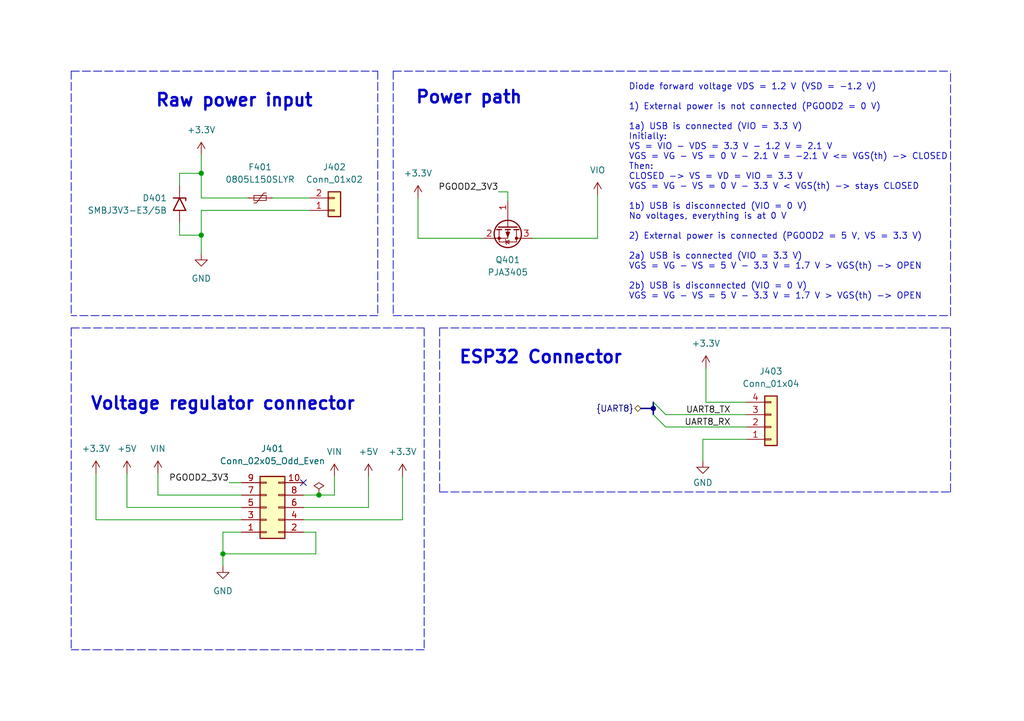
<source format=kicad_sch>
(kicad_sch (version 20211123) (generator eeschema)
  (paper "A5")
  (title_block (title "External Connectors and Power Path") (company "EPFL Xplore") (comment 2 "Author: Vincent Nguyen"))
  (lib_symbols
    (symbol "0_power_protection:SMBJ3V3-E3-5B" (pin_numbers hide) (pin_names hide)
      (property "Reference" "D" (at 0 0 0))
      (property "Value" "SMBJ3V3-E3-5B" (at 0 0 0))
      (symbol "SMBJ3V3-E3-5B_0_1"
        (polyline (pts (xy -0.762 1.27) (xy -1.27 1.27) (xy -1.27 -1.27)) (stroke (width 0.254)))
        (polyline (pts (xy 1.27 1.27) (xy 1.27 -1.27) (xy -1.27 0) (xy 1.27 1.27)) (stroke (width 0.254)))
      )
      (symbol "SMBJ3V3-E3-5B_1_1"
        (pin passive line (at -3.81 0 0) (length 2.54) (name "A1") (number "1"))
        (pin passive line (at 3.81 0 180) (length 2.54) (name "A2") (number "2"))
      )
    )
    (symbol "0_power_symbols:VIN" (power) (in_bom no) (on_board no)
      (property "Value" "VIN" (at 0 3.81 0))
      (symbol "VIN_0_1"
        (polyline (pts (xy 0 0) (xy 0 2.54)))
        (polyline (pts (xy 0 2.54) (xy -0.762 1.27)))
        (polyline (pts (xy 0 2.54) (xy 0.762 1.27)))
      )
      (symbol "VIN_1_1"
        (pin power_in line (at 0 0 90) (length 0) hide (name "VIN") (number "1"))
      )
    )
    (symbol "0_power_symbols:VIO" (power) (pin_numbers hide) (in_bom no) (on_board no)
      (property "Value" "VIO" (at 0 3.81 0))
      (symbol "VIO_0_1"
        (polyline (pts (xy 0 0) (xy 0 2.54)))
        (polyline (pts (xy 0 2.54) (xy -0.762 1.27)))
        (polyline (pts (xy 0 2.54) (xy 0.762 1.27)))
      )
      (symbol "VIO_1_1"
        (pin power_in line (at 0 0 90) (length 0) hide (name "VIO") (number "1"))
      )
    )
    (symbol "0_transistor:PJA3405" (pin_names hide)
      (property "Reference" "Q" (at 4.445 1.27 0))
      (property "Value" "PJA3405" (at 4.445 -1.27 0))
      (symbol "PJA3405_0_1"
        (polyline (pts (xy -0.381 0) (xy -3.175 0)))
        (polyline (pts (xy -0.381 1.905) (xy -0.381 -1.905)) (stroke (width 0.254)))
        (polyline (pts (xy 0.127 -1.27) (xy 0.127 -2.286)) (stroke (width 0.254)))
        (polyline (pts (xy 0.127 0.508) (xy 0.127 -0.508)) (stroke (width 0.254)))
        (polyline (pts (xy 0.127 2.286) (xy 0.127 1.27)) (stroke (width 0.254)))
        (polyline (pts (xy 1.905 2.54) (xy 1.905 1.778)))
        (polyline (pts (xy 1.905 -2.54) (xy 1.905 0) (xy 0.127 0)))
        (polyline (pts (xy 0.127 1.778) (xy 2.667 1.778) (xy 2.667 -1.778) (xy 0.127 -1.778)))
        (polyline (pts (xy 1.651 0) (xy 0.635 0.381) (xy 0.635 -0.381) (xy 1.651 0)) (fill (type outline)))
        (polyline (pts (xy 2.159 -0.508) (xy 2.286 -0.381) (xy 3.048 -0.381) (xy 3.175 -0.254)))
        (polyline (pts (xy 2.667 -0.381) (xy 2.286 0.254) (xy 3.048 0.254) (xy 2.667 -0.381)))
        (circle (center 1.016 0) (radius 2.794) (stroke (width 0.254)))
        (circle (center 1.905 -1.778) (radius 0.254) (fill (type outline)))
        (circle (center 1.905 1.778) (radius 0.254) (fill (type outline)))
      )
      (symbol "PJA3405_1_1"
        (pin input line (at -5.715 0 0) (length 2.54) (name "G") (number "1"))
        (pin passive line (at 1.905 -5.08 90) (length 2.54) (name "S") (number "2"))
        (pin passive line (at 1.905 5.08 270) (length 2.54) (name "D") (number "3"))
      )
    )
    (symbol "Connector_Generic:Conn_01x02" (pin_names (offset 1.016) hide)
      (property "Reference" "J" (at 0 2.54 0))
      (property "Value" "Conn_01x02" (at 0 -5.08 0))
      (symbol "Conn_01x02_1_1"
        (rectangle (start -1.27 -2.413) (end 0 -2.667) (stroke (width 0.1524)))
        (rectangle (start -1.27 0.127) (end 0 -0.127) (stroke (width 0.1524)))
        (rectangle (start -1.27 1.27) (end 1.27 -3.81) (stroke (width 0.254)) (fill (type background)))
        (pin passive line (at -5.08 0 0) (length 3.81) (name "Pin_1") (number "1"))
        (pin passive line (at -5.08 -2.54 0) (length 3.81) (name "Pin_2") (number "2"))
      )
    )
    (symbol "Connector_Generic:Conn_01x04" (pin_names (offset 1.016) hide)
      (property "Reference" "J" (at 0 5.08 0))
      (property "Value" "Conn_01x04" (at 0 -7.62 0))
      (symbol "Conn_01x04_1_1"
        (rectangle (start -1.27 -4.953) (end 0 -5.207) (stroke (width 0.1524)))
        (rectangle (start -1.27 -2.413) (end 0 -2.667) (stroke (width 0.1524)))
        (rectangle (start -1.27 0.127) (end 0 -0.127) (stroke (width 0.1524)))
        (rectangle (start -1.27 2.667) (end 0 2.413) (stroke (width 0.1524)))
        (rectangle (start -1.27 3.81) (end 1.27 -6.35) (stroke (width 0.254)) (fill (type background)))
        (pin passive line (at -5.08 2.54 0) (length 3.81) (name "Pin_1") (number "1"))
        (pin passive line (at -5.08 0 0) (length 3.81) (name "Pin_2") (number "2"))
        (pin passive line (at -5.08 -2.54 0) (length 3.81) (name "Pin_3") (number "3"))
        (pin passive line (at -5.08 -5.08 0) (length 3.81) (name "Pin_4") (number "4"))
      )
    )
    (symbol "Connector_Generic:Conn_02x05_Odd_Even" (pin_names (offset 1.016) hide)
      (property "Reference" "J" (at 1.27 7.62 0))
      (property "Value" "Conn_02x05_Odd_Even" (at 1.27 -7.62 0))
      (symbol "Conn_02x05_Odd_Even_1_1"
        (rectangle (start -1.27 -4.953) (end 0 -5.207) (stroke (width 0.1524)))
        (rectangle (start -1.27 -2.413) (end 0 -2.667) (stroke (width 0.1524)))
        (rectangle (start -1.27 0.127) (end 0 -0.127) (stroke (width 0.1524)))
        (rectangle (start -1.27 2.667) (end 0 2.413) (stroke (width 0.1524)))
        (rectangle (start -1.27 5.207) (end 0 4.953) (stroke (width 0.1524)))
        (rectangle (start -1.27 6.35) (end 3.81 -6.35) (stroke (width 0.254)) (fill (type background)))
        (rectangle (start 3.81 -4.953) (end 2.54 -5.207) (stroke (width 0.1524)))
        (rectangle (start 3.81 -2.413) (end 2.54 -2.667) (stroke (width 0.1524)))
        (rectangle (start 3.81 0.127) (end 2.54 -0.127) (stroke (width 0.1524)))
        (rectangle (start 3.81 2.667) (end 2.54 2.413) (stroke (width 0.1524)))
        (rectangle (start 3.81 5.207) (end 2.54 4.953) (stroke (width 0.1524)))
        (pin passive line (at -5.08 5.08 0) (length 3.81) (name "Pin_1") (number "1"))
        (pin passive line (at 7.62 -5.08 180) (length 3.81) (name "Pin_10") (number "10"))
        (pin passive line (at 7.62 5.08 180) (length 3.81) (name "Pin_2") (number "2"))
        (pin passive line (at -5.08 2.54 0) (length 3.81) (name "Pin_3") (number "3"))
        (pin passive line (at 7.62 2.54 180) (length 3.81) (name "Pin_4") (number "4"))
        (pin passive line (at -5.08 0 0) (length 3.81) (name "Pin_5") (number "5"))
        (pin passive line (at 7.62 0 180) (length 3.81) (name "Pin_6") (number "6"))
        (pin passive line (at -5.08 -2.54 0) (length 3.81) (name "Pin_7") (number "7"))
        (pin passive line (at 7.62 -2.54 180) (length 3.81) (name "Pin_8") (number "8"))
        (pin passive line (at -5.08 -5.08 0) (length 3.81) (name "Pin_9") (number "9"))
      )
    )
    (symbol "Device:Polyfuse_Small" (pin_numbers hide) (pin_names (offset 0))
      (property "Reference" "F" (at -1.905 0 90))
      (property "Value" "Polyfuse_Small" (at 1.905 0 90))
      (symbol "Polyfuse_Small_0_1"
        (rectangle (start -0.508 1.27) (end 0.508 -1.27))
        (polyline (pts (xy 0 2.54) (xy 0 -2.54)))
        (polyline (pts (xy -1.016 1.27) (xy -1.016 0.762) (xy 1.016 -0.762) (xy 1.016 -1.27)))
      )
      (symbol "Polyfuse_Small_1_1"
        (pin passive line (at 0 2.54 270) (length 0.635) (name "~") (number "1"))
        (pin passive line (at 0 -2.54 90) (length 0.635) (name "~") (number "2"))
      )
    )
    (symbol "power:+3.3V" (power) (pin_names (offset 0))
      (property "Value" "+3.3V" (at 0 3.556 0))
      (symbol "+3.3V_0_1"
        (polyline (pts (xy -0.762 1.27) (xy 0 2.54)))
        (polyline (pts (xy 0 0) (xy 0 2.54)))
        (polyline (pts (xy 0 2.54) (xy 0.762 1.27)))
      )
      (symbol "+3.3V_1_1"
        (pin power_in line (at 0 0 90) (length 0) hide (name "+3.3V") (number "1"))
      )
    )
    (symbol "power:+5V" (power) (pin_names (offset 0))
      (property "Value" "+5V" (at 0 3.556 0))
      (symbol "+5V_0_1"
        (polyline (pts (xy -0.762 1.27) (xy 0 2.54)))
        (polyline (pts (xy 0 0) (xy 0 2.54)))
        (polyline (pts (xy 0 2.54) (xy 0.762 1.27)))
      )
      (symbol "+5V_1_1"
        (pin power_in line (at 0 0 90) (length 0) hide (name "+5V") (number "1"))
      )
    )
    (symbol "power:GND" (power) (pin_names (offset 0))
      (property "Value" "GND" (at 0 -3.81 0))
      (symbol "GND_0_1"
        (polyline (pts (xy 0 0) (xy 0 -1.27) (xy 1.27 -1.27) (xy 0 -2.54) (xy -1.27 -1.27) (xy 0 -1.27)))
      )
      (symbol "GND_1_1"
        (pin power_in line (at 0 0 270) (length 0) hide (name "GND") (number "1"))
      )
    )
    (symbol "power:PWR_FLAG" (power) (pin_numbers hide) (pin_names (offset 0) hide)
      (property "Value" "PWR_FLAG" (at 0 3.81 0))
      (symbol "PWR_FLAG_0_0"
        (pin power_out line (at 0 0 90) (length 0) (name "pwr") (number "1"))
      )
      (symbol "PWR_FLAG_0_1"
        (polyline (pts (xy 0 0) (xy 0 1.27) (xy -1.016 1.905) (xy 0 2.54) (xy 1.016 1.905) (xy 0 1.27)))
      )
    )
  )
  (junction (at 45.72 113.665))
  (junction (at 41.275 48.26))
  (junction (at 41.275 35.56))
  (junction (at 133.985 83.82))
  (junction (at 65.405 101.6))
  (no_connect (at 62.23 99.06))
  (bus_entry (at 136.525 85.09) (size -2.54 -2.54))
  (bus_entry (at 136.525 87.63) (size -2.54 -2.54))
  (wire (pts (xy 36.83 35.56) (xy 41.275 35.56)))
  (wire (pts (xy 82.55 97.79) (xy 82.55 106.68)))
  (wire (pts (xy 32.385 97.155) (xy 32.385 101.6)))
  (polyline (pts (xy 194.945 64.77) (xy 194.945 14.605)))
  (wire (pts (xy 45.72 109.22) (xy 45.72 113.665)))
  (wire (pts (xy 19.685 106.68) (xy 49.53 106.68)))
  (wire (pts (xy 55.88 40.64) (xy 63.5 40.64)))
  (wire (pts (xy 41.275 35.56) (xy 41.275 40.64)))
  (wire (pts (xy 85.725 40.64) (xy 85.725 48.895)))
  (wire (pts (xy 41.275 52.07) (xy 41.275 48.26)))
  (wire (pts (xy 122.555 40.005) (xy 122.555 48.895)))
  (wire (pts (xy 41.275 31.75) (xy 41.275 35.56)))
  (wire (pts (xy 41.275 43.18) (xy 63.5 43.18)))
  (polyline (pts (xy 80.645 64.77) (xy 194.945 64.77)))
  (wire (pts (xy 75.565 97.79) (xy 75.565 104.14)))
  (wire (pts (xy 36.83 48.26) (xy 41.275 48.26)))
  (wire (pts (xy 136.525 85.09) (xy 153.035 85.09)))
  (wire (pts (xy 65.405 101.6) (xy 62.23 101.6)))
  (polyline (pts (xy 194.945 100.965) (xy 194.945 67.31)))
  (wire (pts (xy 109.22 48.895) (xy 122.555 48.895)))
  (wire (pts (xy 102.235 39.37) (xy 104.14 39.37)))
  (wire (pts (xy 41.275 40.64) (xy 50.8 40.64)))
  (wire (pts (xy 46.99 99.06) (xy 49.53 99.06)))
  (wire (pts (xy 62.23 109.22) (xy 64.77 109.22)))
  (wire (pts (xy 104.14 39.37) (xy 104.14 41.275)))
  (wire (pts (xy 64.77 113.665) (xy 45.72 113.665)))
  (wire (pts (xy 68.58 101.6) (xy 65.405 101.6)))
  (wire (pts (xy 75.565 104.14) (xy 62.23 104.14)))
  (bus (pts (xy 133.985 83.82) (xy 131.445 83.82)))
  (polyline (pts (xy 86.995 133.35) (xy 14.605 133.35)))
  (wire (pts (xy 19.685 97.155) (xy 19.685 106.68)))
  (wire (pts (xy 64.77 109.22) (xy 64.77 113.665)))
  (wire (pts (xy 41.275 48.26) (xy 41.275 43.18)))
  (bus (pts (xy 133.985 82.55) (xy 133.985 83.82)))
  (polyline (pts (xy 80.645 14.605) (xy 194.945 14.605)))
  (wire (pts (xy 36.83 38.1) (xy 36.83 35.56)))
  (polyline (pts (xy 14.605 67.31) (xy 86.995 67.31)))
  (polyline (pts (xy 86.995 67.31) (xy 86.995 133.35)))
  (polyline (pts (xy 90.17 100.965) (xy 194.945 100.965)))
  (polyline (pts (xy 90.17 67.31) (xy 90.17 100.965)))
  (wire (pts (xy 68.58 97.79) (xy 68.58 101.6)))
  (bus (pts (xy 133.985 83.82) (xy 133.985 85.09)))
  (wire (pts (xy 85.725 48.895) (xy 99.06 48.895)))
  (wire (pts (xy 136.525 87.63) (xy 153.035 87.63)))
  (wire (pts (xy 26.035 104.14) (xy 49.53 104.14)))
  (wire (pts (xy 32.385 101.6) (xy 49.53 101.6)))
  (wire (pts (xy 153.035 82.55) (xy 144.78 82.55)))
  (polyline (pts (xy 90.17 67.31) (xy 194.945 67.31)))
  (wire (pts (xy 26.035 97.155) (xy 26.035 104.14)))
  (polyline (pts (xy 14.605 14.605) (xy 14.605 64.77)))
  (polyline (pts (xy 80.645 14.605) (xy 80.645 64.77)))
  (wire (pts (xy 144.78 82.55) (xy 144.78 75.565)))
  (wire (pts (xy 45.72 109.22) (xy 49.53 109.22)))
  (polyline (pts (xy 77.47 14.605) (xy 77.47 64.77)))
  (wire (pts (xy 153.035 90.17) (xy 144.145 90.17)))
  (polyline (pts (xy 14.605 14.605) (xy 77.47 14.605)))
  (wire (pts (xy 82.55 106.68) (xy 62.23 106.68)))
  (polyline (pts (xy 77.47 64.77) (xy 14.605 64.77)))
  (wire (pts (xy 144.145 90.17) (xy 144.145 94.615)))
  (polyline (pts (xy 14.605 67.31) (xy 14.605 133.35)))
  (wire (pts (xy 45.72 116.205) (xy 45.72 113.665)))
  (wire (pts (xy 36.83 45.72) (xy 36.83 48.26)))
  (text "Diode forward voltage VDS = 1.2 V (VSD = -1.2 V)\n\n1) External power is not connected (PGOOD2 = 0 V)\n\n1a) USB is connected (VIO = 3.3 V)\nInitially:\nVS = VIO - VDS = 3.3 V - 1.2 V = 2.1 V\nVGS = VG - VS = 0 V - 2.1 V = -2.1 V <= VGS(th) -> CLOSED\nThen:\nCLOSED -> VS = VD = VIO = 3.3 V\nVGS = VG - VS = 0 V - 3.3 V < VGS(th) -> stays CLOSED\n\n1b) USB is disconnected (VIO = 0 V)\nNo voltages, everything is at 0 V\n\n2) External power is connected (PGOOD2 = 5 V, VS = 3.3 V)\n\n2a) USB is connected (VIO = 3.3 V)\nVGS = VG - VS = 5 V - 3.3 V = 1.7 V > VGS(th) -> OPEN\n\n2b) USB is disconnected (VIO = 0 V)\nVGS = VG - VS = 5 V - 3.3 V = 1.7 V > VGS(th) -> OPEN" (at 128.905 61.595 0) (effects (font (size 1.27 1.27)) (justify left bottom)))
  (text "Voltage regulator connector" (at 18.415 84.455 0) (effects (font (size 2.54 2.54) bold) (justify left bottom)))
  (text "Power path" (at 85.09 21.59 0) (effects (font (size 2.54 2.54) bold) (justify left bottom)))
  (text "Raw power input" (at 31.75 22.225 0) (effects (font (size 2.54 2.54) bold) (justify left bottom)))
  (text "ESP32 Connector" (at 93.98 74.93 0) (effects (font (size 2.54 2.54) bold) (justify left bottom)))
  (label "PGOOD2_3V3" (at 102.235 39.37 180))
  (label "UART8_TX" (at 149.86 85.09 180))
  (label "UART8_RX" (at 149.86 87.63 180))
  (label "PGOOD2_3V3" (at 46.99 99.06 180))
  (hierarchical_label "{UART8}" (shape bidirectional) (at 131.445 83.82 180))
  (symbol (lib_id "power:+5V") (at 26.035 97.155 0) (unit 1)
    (property "Reference" "#PWR0402" (effects hide))
    (property "Value" "+5V" (at 26.035 92.075 0))
  )
  (symbol (lib_id "power:PWR_FLAG") (at 65.405 101.6 0) (unit 1) (in_bom no) (on_board no)
    (property "Reference" "#FLG0401" (effects hide))
    (property "Value" "PWR_FLAG" (effects hide))
  )
  (symbol (lib_id "0_power_symbols:VIO") (at 122.555 40.005 0) (unit 1) (in_bom no) (on_board no)
    (property "Reference" "#PWR0413" (effects hide))
    (property "Value" "VIO" (at 122.555 34.925 0))
  )
  (symbol (lib_id "Connector_Generic:Conn_01x04") (at 158.115 87.63 0) (mirror x) (unit 1)
    (property "Reference" "J403" (at 158.115 76.2 0))
    (property "Value" "Conn_01x04" (at 158.115 78.74 0))
  )
  (symbol (lib_id "Connector_Generic:Conn_02x05_Odd_Even") (at 54.61 104.14 0) (mirror x) (unit 1)
    (property "Reference" "J401" (at 55.88 92.075 0))
    (property "Value" "Conn_02x05_Odd_Even" (at 55.88 94.615 0))
  )
  (symbol (lib_id "power:GND") (at 144.145 94.615 0) (unit 1)
    (property "Reference" "#PWR0411" (effects hide))
    (property "Value" "GND" (at 144.145 99.06 0))
  )
  (symbol (lib_id "power:+3.3V") (at 41.275 31.75 0) (unit 1)
    (property "Reference" "#PWR0404" (effects hide))
    (property "Value" "+3.3V" (at 41.275 26.67 0))
  )
  (symbol (lib_id "Connector_Generic:Conn_01x02") (at 68.58 43.18 0) (mirror x) (unit 1)
    (property "Reference" "J402" (at 68.58 34.29 0))
    (property "Value" "Conn_01x02" (at 68.58 36.83 0))
  )
  (symbol (lib_id "power:GND") (at 41.275 52.07 0) (unit 1)
    (property "Reference" "#PWR0405" (effects hide))
    (property "Value" "GND" (at 41.275 57.15 0))
  )
  (symbol (lib_id "0_power_symbols:VIN") (at 32.385 97.155 0) (unit 1) (in_bom no) (on_board no)
    (property "Reference" "#PWR0403" (effects hide))
    (property "Value" "VIN" (at 32.385 92.075 0))
  )
  (symbol (lib_id "power:GND") (at 45.72 116.205 0) (unit 1)
    (property "Reference" "#PWR0406" (effects hide))
    (property "Value" "GND" (at 45.72 121.285 0))
  )
  (symbol (lib_id "0_power_protection:SMBJ3V3-E3-5B") (at 36.83 41.91 270) (unit 1)
    (property "Reference" "D401" (at 34.29 40.64 90) (effects (justify right)))
    (property "Value" "SMBJ3V3-E3/5B" (at 34.29 43.18 90) (effects (justify right)))
    (property "Footprint" "Diode_SMD:D_SMB" (effects hide))
    (property "Datasheet" "https://www.vishay.com/docs/88940/smbj3v3.pdf" (effects hide))
    (property "Manufacturer ref" "SMBJ3V3-E3/5B" (effects hide))
    (property "Digikey ref" "SMBJ3V3-E3/5BGICT-ND" (effects hide))
  )
  (symbol (lib_id "0_transistor:PJA3405") (at 104.14 46.99 270) (unit 1)
    (property "Reference" "Q401" (at 104.14 53.34 90))
    (property "Value" "PJA3405" (at 104.14 55.88 90))
    (property "Footprint" "Package_TO_SOT_SMD:SOT-23" (effects hide))
    (property "Datasheet" "https://www.panjit.com.tw/upload/datasheet/PJA3405.pdf" (effects hide))
  )
  (symbol (lib_id "0_power_symbols:VIN") (at 68.58 97.79 0) (unit 1) (in_bom no) (on_board no)
    (property "Reference" "#PWR0407" (effects hide))
    (property "Value" "VIN" (at 68.58 92.71 0))
  )
  (symbol (lib_id "power:+3.3V") (at 85.725 40.64 0) (unit 1)
    (property "Reference" "#PWR0410" (effects hide))
    (property "Value" "+3.3V" (at 85.725 35.56 0))
  )
  (symbol (lib_id "Device:Polyfuse_Small") (at 53.34 40.64 90) (unit 1)
    (property "Reference" "F401" (at 53.34 34.29 90))
    (property "Value" "0805L150SLYR" (at 53.34 36.83 90))
    (property "Footprint" "Fuse:Fuse_0805_2012Metric" (effects hide))
    (property "Datasheet" "https://www.littelfuse.com/~/media/electronics/datasheets/resettable_ptcs/littelfuse_ptc_low_rho_datasheet.pdf.pdf" (effects hide))
    (property "Manufacturer ref" "0805L150SLYR" (effects hide))
    (property "Digikey ref" "F5763CT-ND" (effects hide))
  )
  (symbol (lib_id "power:+3.3V") (at 82.55 97.79 0) (unit 1)
    (property "Reference" "#PWR0409" (effects hide))
    (property "Value" "+3.3V" (at 82.55 92.71 0))
  )
  (symbol (lib_id "power:+5V") (at 75.565 97.79 0) (unit 1)
    (property "Reference" "#PWR0408" (effects hide))
    (property "Value" "+5V" (at 75.565 92.71 0))
  )
  (symbol (lib_id "power:+3.3V") (at 19.685 97.155 0) (unit 1)
    (property "Reference" "#PWR0401" (effects hide))
    (property "Value" "+3.3V" (at 19.685 92.075 0))
  )
  (symbol (lib_id "power:+3.3V") (at 144.78 75.565 0) (unit 1)
    (property "Reference" "#PWR0412" (effects hide))
    (property "Value" "+3.3V" (at 144.78 70.485 0))
  )
)
</source>
